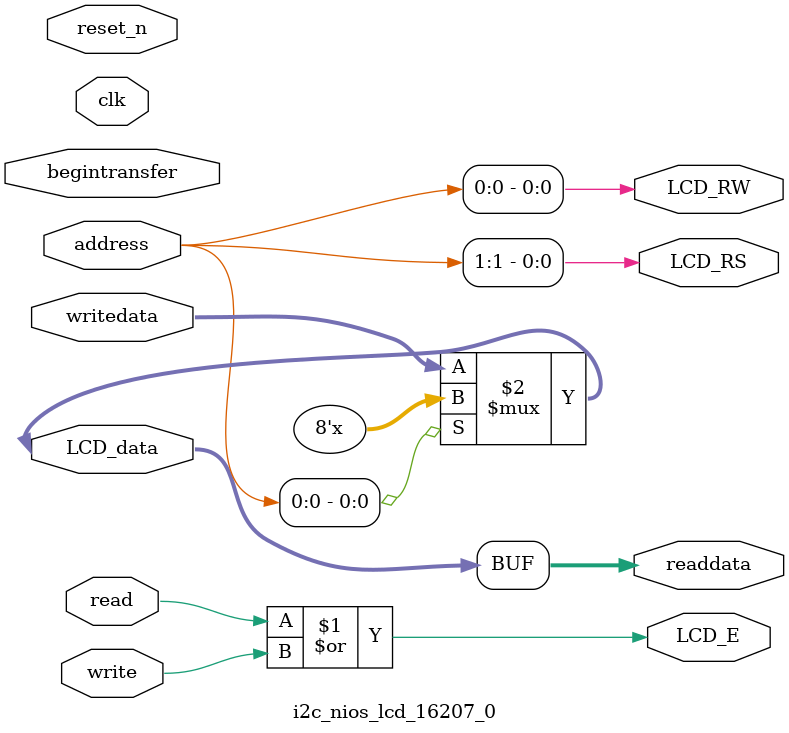
<source format=v>

`timescale 1ns / 1ps
// synthesis translate_on

// turn off superfluous verilog processor warnings 
// altera message_level Level1 
// altera message_off 10034 10035 10036 10037 10230 10240 10030 

module i2c_nios_lcd_16207_0 (
                              // inputs:
                               address,
                               begintransfer,
                               clk,
                               read,
                               reset_n,
                               write,
                               writedata,

                              // outputs:
                               LCD_E,
                               LCD_RS,
                               LCD_RW,
                               LCD_data,
                               readdata
                            )
;

  output           LCD_E;
  output           LCD_RS;
  output           LCD_RW;
  inout   [  7: 0] LCD_data;
  output  [  7: 0] readdata;
  input   [  1: 0] address;
  input            begintransfer;
  input            clk;
  input            read;
  input            reset_n;
  input            write;
  input   [  7: 0] writedata;

  wire             LCD_E;
  wire             LCD_RS;
  wire             LCD_RW;
  wire    [  7: 0] LCD_data;
  wire    [  7: 0] readdata;
  assign LCD_RW = address[0];
  assign LCD_RS = address[1];
  assign LCD_E = read | write;
  assign LCD_data = (address[0]) ? {8{1'bz}} : writedata;
  assign readdata = LCD_data;
  //control_slave, which is an e_avalon_slave

endmodule


</source>
